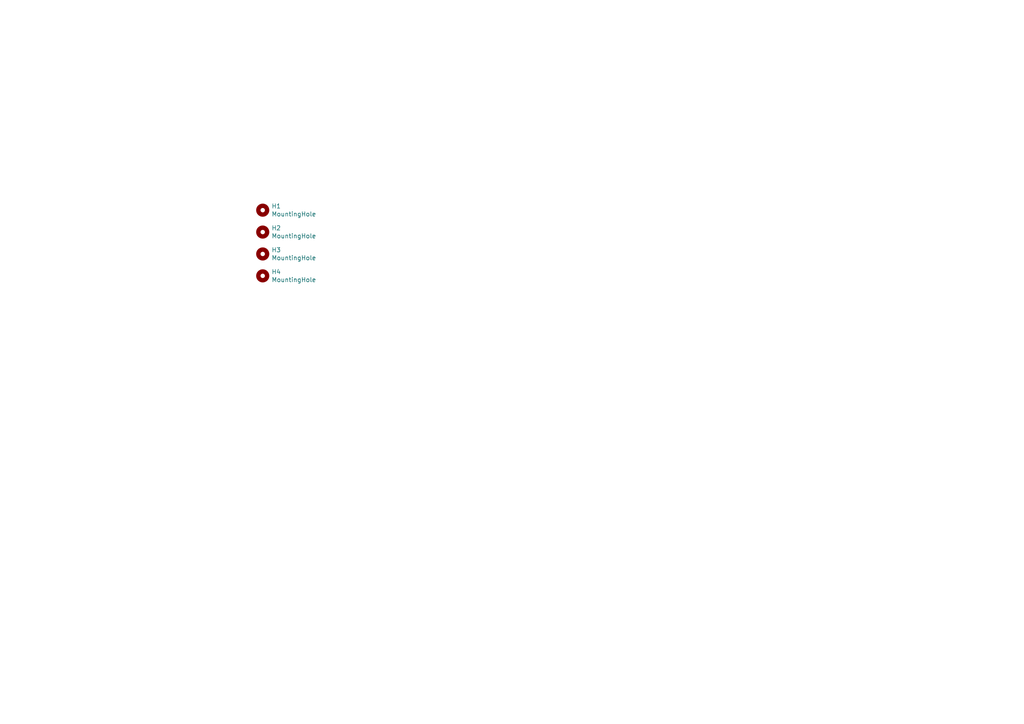
<source format=kicad_sch>
(kicad_sch (version 20211123) (generator eeschema)
  (paper "A4")
  (lib_symbols
    (symbol "Mechanical:MountingHole" (pin_names (offset 1.016))
      (property "Reference" "H" (at 0 5.08 0))
      (property "Value" "MountingHole" (at 0 3.175 0))
      (symbol "MountingHole_0_1"
        (circle (center 0 0) (radius 1.27) (stroke (width 1.27)))
      )
    )
  )
  (symbol (lib_id "Mechanical:MountingHole") (at 76.2 60.96 0) (unit 1)
    (property "Reference" "H1" (at 78.74 59.7916 0) (effects (justify left)))
    (property "Value" "MountingHole" (at 78.74 62.103 0) (effects (justify left)))
    (property "Footprint" "MountingHole:MountingHole_3.2mm_M3_DIN965_Pad" (effects hide))
  )
  (symbol (lib_id "Mechanical:MountingHole") (at 76.2 67.31 0) (unit 1)
    (property "Reference" "H2" (at 78.74 66.1416 0) (effects (justify left)))
    (property "Value" "MountingHole" (at 78.74 68.453 0) (effects (justify left)))
    (property "Footprint" "MountingHole:MountingHole_3.2mm_M3_DIN965_Pad" (effects hide))
  )
  (symbol (lib_id "Mechanical:MountingHole") (at 76.2 73.66 0) (unit 1)
    (property "Reference" "H3" (at 78.74 72.4916 0) (effects (justify left)))
    (property "Value" "MountingHole" (at 78.74 74.803 0) (effects (justify left)))
    (property "Footprint" "MountingHole:MountingHole_3.2mm_M3_DIN965_Pad" (effects hide))
  )
  (symbol (lib_id "Mechanical:MountingHole") (at 76.2 80.01 0) (unit 1)
    (property "Reference" "H4" (at 78.74 78.8416 0) (effects (justify left)))
    (property "Value" "MountingHole" (at 78.74 81.153 0) (effects (justify left)))
    (property "Footprint" "MountingHole:MountingHole_3.2mm_M3_DIN965_Pad" (effects hide))
  )
)
</source>
